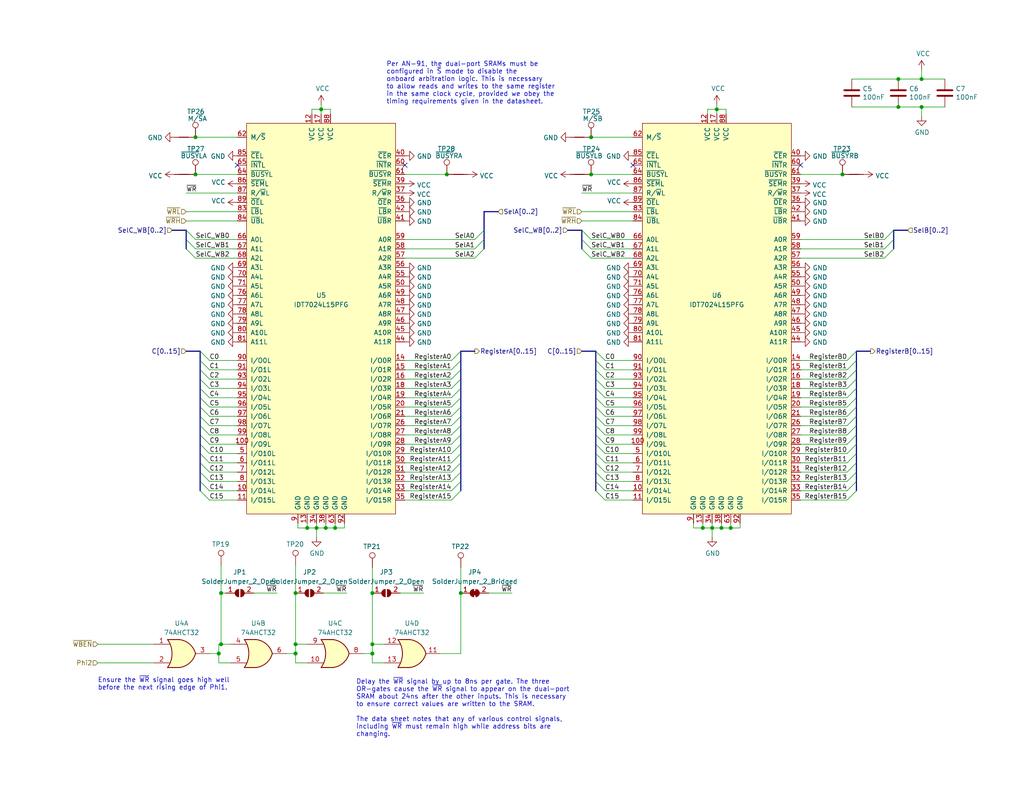
<source format=kicad_sch>
(kicad_sch (version 20250114) (generator "eeschema") (generator_version "9.0")
  (paper "USLetter")
  (title_block (title "Register File") (date "2023-11-05") (rev "B") (comment 4 "Triple Port Register File build from dual port SRAM"))
  (text "Delay the ~{WR} signal by up to 8ns per gate. The three\nOR-gates cause the ~{WR} signal to appear on the dual-port\nSRAM about 24ns after the other inputs. This is necessary\nto ensure correct values are written to the SRAM.\n\nThe data sheet notes that any of various control signals,\nincluding ~{WR} must remain high while address bits are\nchanging." (at 97.155 201.295 0) (effects (font (size 1.27 1.27)) (justify left bottom)))
  (text "Per AN-91, the dual-port SRAMs must be\nconfigured in ~{S} mode to disable the\nonboard arbitration logic. This is necessary\nto allow reads and writes to the same register\nin the same clock cycle, provided we obey the \ntiming requirements given in the datasheet." (at 105.41 28.575 0) (effects (font (size 1.27 1.27)) (justify left bottom)))
  (text "Ensure the ~{WR} signal goes high well\nbefore the next rising edge of Phi1." (at 26.67 188.595 0) (effects (font (size 1.27 1.27)) (justify left bottom)))
  (junction (at 60.325 175.895))
  (junction (at 88.9 144.145))
  (junction (at 87.63 29.845))
  (junction (at 53.34 37.465))
  (junction (at 80.645 178.435))
  (junction (at 101.6 161.925))
  (junction (at 53.34 47.625))
  (junction (at 245.11 21.59))
  (junction (at 60.325 161.925))
  (junction (at 86.36 144.145))
  (junction (at 191.77 144.145))
  (junction (at 196.85 144.145))
  (junction (at 125.73 161.925))
  (junction (at 245.11 29.21))
  (junction (at 101.6 175.895))
  (junction (at 91.44 144.145))
  (junction (at 195.58 29.845))
  (junction (at 161.29 37.465))
  (junction (at 251.46 21.59))
  (junction (at 80.645 175.895))
  (junction (at 121.92 47.625))
  (junction (at 229.87 47.625))
  (junction (at 251.46 29.21))
  (junction (at 199.39 144.145))
  (junction (at 80.645 161.925))
  (junction (at 83.82 144.145))
  (junction (at 161.29 47.625))
  (junction (at 101.6 178.435))
  (junction (at 59.69 178.435))
  (junction (at 194.31 144.145))
  (no_connect (at 110.49 45.085))
  (no_connect (at 64.77 45.085))
  (no_connect (at 218.44 45.085))
  (no_connect (at 172.72 45.085))
  (bus_entry (at 233.68 108.585) (size -2.54 2.54))
  (bus_entry (at 125.73 123.825) (size -2.54 2.54))
  (bus_entry (at 158.75 62.865) (size 2.54 2.54))
  (bus_entry (at 54.61 111.125) (size 2.54 2.54))
  (bus_entry (at 132.08 67.945) (size -2.54 2.54))
  (bus_entry (at 162.56 118.745) (size 2.54 2.54))
  (bus_entry (at 162.56 103.505) (size 2.54 2.54))
  (bus_entry (at 50.8 65.405) (size 2.54 2.54))
  (bus_entry (at 233.68 103.505) (size -2.54 2.54))
  (bus_entry (at 162.56 95.885) (size 2.54 2.54))
  (bus_entry (at 162.56 106.045) (size 2.54 2.54))
  (bus_entry (at 162.56 126.365) (size 2.54 2.54))
  (bus_entry (at 54.61 95.885) (size 2.54 2.54))
  (bus_entry (at 162.56 116.205) (size 2.54 2.54))
  (bus_entry (at 125.73 121.285) (size -2.54 2.54))
  (bus_entry (at 233.68 118.745) (size -2.54 2.54))
  (bus_entry (at 162.56 100.965) (size 2.54 2.54))
  (bus_entry (at 162.56 121.285) (size 2.54 2.54))
  (bus_entry (at 233.68 113.665) (size -2.54 2.54))
  (bus_entry (at 54.61 108.585) (size 2.54 2.54))
  (bus_entry (at 233.68 106.045) (size -2.54 2.54))
  (bus_entry (at 54.61 133.985) (size 2.54 2.54))
  (bus_entry (at 125.73 126.365) (size -2.54 2.54))
  (bus_entry (at 54.61 131.445) (size 2.54 2.54))
  (bus_entry (at 125.73 131.445) (size -2.54 2.54))
  (bus_entry (at 243.84 67.945) (size -2.54 2.54))
  (bus_entry (at 125.73 98.425) (size -2.54 2.54))
  (bus_entry (at 233.68 128.905) (size -2.54 2.54))
  (bus_entry (at 243.84 65.405) (size -2.54 2.54))
  (bus_entry (at 54.61 106.045) (size 2.54 2.54))
  (bus_entry (at 54.61 128.905) (size 2.54 2.54))
  (bus_entry (at 54.61 113.665) (size 2.54 2.54))
  (bus_entry (at 162.56 98.425) (size 2.54 2.54))
  (bus_entry (at 125.73 116.205) (size -2.54 2.54))
  (bus_entry (at 54.61 118.745) (size 2.54 2.54))
  (bus_entry (at 125.73 128.905) (size -2.54 2.54))
  (bus_entry (at 132.08 62.865) (size -2.54 2.54))
  (bus_entry (at 162.56 123.825) (size 2.54 2.54))
  (bus_entry (at 50.8 62.865) (size 2.54 2.54))
  (bus_entry (at 233.68 116.205) (size -2.54 2.54))
  (bus_entry (at 162.56 111.125) (size 2.54 2.54))
  (bus_entry (at 125.73 118.745) (size -2.54 2.54))
  (bus_entry (at 54.61 123.825) (size 2.54 2.54))
  (bus_entry (at 233.68 133.985) (size -2.54 2.54))
  (bus_entry (at 54.61 126.365) (size 2.54 2.54))
  (bus_entry (at 158.75 65.405) (size 2.54 2.54))
  (bus_entry (at 132.08 65.405) (size -2.54 2.54))
  (bus_entry (at 125.73 113.665) (size -2.54 2.54))
  (bus_entry (at 50.8 67.945) (size 2.54 2.54))
  (bus_entry (at 233.68 123.825) (size -2.54 2.54))
  (bus_entry (at 54.61 103.505) (size 2.54 2.54))
  (bus_entry (at 162.56 131.445) (size 2.54 2.54))
  (bus_entry (at 54.61 116.205) (size 2.54 2.54))
  (bus_entry (at 162.56 108.585) (size 2.54 2.54))
  (bus_entry (at 125.73 106.045) (size -2.54 2.54))
  (bus_entry (at 233.68 111.125) (size -2.54 2.54))
  (bus_entry (at 162.56 113.665) (size 2.54 2.54))
  (bus_entry (at 54.61 121.285) (size 2.54 2.54))
  (bus_entry (at 233.68 100.965) (size -2.54 2.54))
  (bus_entry (at 162.56 133.985) (size 2.54 2.54))
  (bus_entry (at 233.68 98.425) (size -2.54 2.54))
  (bus_entry (at 125.73 108.585) (size -2.54 2.54))
  (bus_entry (at 243.84 62.865) (size -2.54 2.54))
  (bus_entry (at 162.56 128.905) (size 2.54 2.54))
  (bus_entry (at 233.68 95.885) (size -2.54 2.54))
  (bus_entry (at 233.68 131.445) (size -2.54 2.54))
  (bus_entry (at 233.68 121.285) (size -2.54 2.54))
  (bus_entry (at 125.73 103.505) (size -2.54 2.54))
  (bus_entry (at 54.61 100.965) (size 2.54 2.54))
  (bus_entry (at 233.68 126.365) (size -2.54 2.54))
  (bus_entry (at 54.61 98.425) (size 2.54 2.54))
  (bus_entry (at 125.73 133.985) (size -2.54 2.54))
  (bus_entry (at 125.73 111.125) (size -2.54 2.54))
  (bus_entry (at 125.73 95.885) (size -2.54 2.54))
  (bus_entry (at 125.73 100.965) (size -2.54 2.54))
  (bus_entry (at 158.75 67.945) (size 2.54 2.54))
  (bus (pts (xy 54.61 103.505) (xy 54.61 106.045)))
  (wire (pts (xy 115.57 161.925) (xy 109.22 161.925)))
  (wire (pts (xy 218.44 108.585) (xy 231.14 108.585)))
  (bus (pts (xy 125.73 103.505) (xy 125.73 106.045)))
  (wire (pts (xy 161.29 47.625) (xy 160.655 47.625)))
  (wire (pts (xy 110.49 116.205) (xy 123.19 116.205)))
  (wire (pts (xy 251.46 29.21) (xy 245.11 29.21)))
  (bus (pts (xy 247.65 62.865) (xy 243.84 62.865)))
  (bus (pts (xy 233.68 116.205) (xy 233.68 118.745)))
  (wire (pts (xy 57.15 126.365) (xy 64.77 126.365)))
  (wire (pts (xy 120.015 178.435) (xy 125.73 178.435)))
  (bus (pts (xy 162.56 131.445) (xy 162.56 133.985)))
  (wire (pts (xy 110.49 47.625) (xy 121.92 47.625)))
  (wire (pts (xy 101.6 161.925) (xy 101.6 175.895)))
  (wire (pts (xy 218.44 113.665) (xy 231.14 113.665)))
  (bus (pts (xy 162.56 121.285) (xy 162.56 123.825)))
  (wire (pts (xy 81.28 142.875) (xy 81.28 144.145)))
  (wire (pts (xy 196.85 144.145) (xy 199.39 144.145)))
  (wire (pts (xy 110.49 123.825) (xy 123.19 123.825)))
  (wire (pts (xy 161.29 65.405) (xy 172.72 65.405)))
  (wire (pts (xy 218.44 131.445) (xy 231.14 131.445)))
  (bus (pts (xy 233.68 126.365) (xy 233.68 128.905)))
  (wire (pts (xy 195.58 29.845) (xy 195.58 31.115)))
  (wire (pts (xy 26.67 175.895) (xy 41.91 175.895)))
  (wire (pts (xy 165.1 103.505) (xy 172.72 103.505)))
  (bus (pts (xy 54.61 113.665) (xy 54.61 116.205)))
  (bus (pts (xy 162.56 118.745) (xy 162.56 121.285)))
  (wire (pts (xy 229.87 47.625) (xy 230.505 47.625)))
  (wire (pts (xy 87.63 28.575) (xy 87.63 29.845)))
  (bus (pts (xy 54.61 116.205) (xy 54.61 118.745)))
  (wire (pts (xy 57.15 98.425) (xy 64.77 98.425)))
  (bus (pts (xy 162.56 116.205) (xy 162.56 118.745)))
  (wire (pts (xy 59.69 178.435) (xy 59.69 175.895)))
  (bus (pts (xy 233.68 100.965) (xy 233.68 103.505)))
  (bus (pts (xy 125.73 126.365) (xy 125.73 128.905)))
  (wire (pts (xy 57.15 136.525) (xy 64.77 136.525)))
  (wire (pts (xy 78.105 178.435) (xy 80.645 178.435)))
  (bus (pts (xy 132.08 65.405) (xy 132.08 67.945)))
  (wire (pts (xy 80.645 175.895) (xy 83.82 175.895)))
  (wire (pts (xy 57.15 123.825) (xy 64.77 123.825)))
  (wire (pts (xy 110.49 113.665) (xy 123.19 113.665)))
  (wire (pts (xy 196.85 142.875) (xy 196.85 144.145)))
  (wire (pts (xy 57.15 113.665) (xy 64.77 113.665)))
  (bus (pts (xy 158.75 95.885) (xy 162.56 95.885)))
  (wire (pts (xy 161.29 67.945) (xy 172.72 67.945)))
  (wire (pts (xy 218.44 123.825) (xy 231.14 123.825)))
  (bus (pts (xy 158.75 65.405) (xy 158.75 67.945)))
  (bus (pts (xy 162.56 100.965) (xy 162.56 103.505)))
  (wire (pts (xy 85.09 31.115) (xy 85.09 29.845)))
  (wire (pts (xy 57.15 108.585) (xy 64.77 108.585)))
  (wire (pts (xy 218.44 133.985) (xy 231.14 133.985)))
  (bus (pts (xy 162.56 103.505) (xy 162.56 106.045)))
  (wire (pts (xy 101.6 178.435) (xy 101.6 175.895)))
  (wire (pts (xy 110.49 106.045) (xy 123.19 106.045)))
  (wire (pts (xy 218.44 116.205) (xy 231.14 116.205)))
  (wire (pts (xy 194.31 144.145) (xy 196.85 144.145)))
  (bus (pts (xy 46.99 62.865) (xy 50.8 62.865)))
  (wire (pts (xy 191.77 144.145) (xy 194.31 144.145)))
  (wire (pts (xy 60.325 161.925) (xy 61.595 161.925)))
  (wire (pts (xy 99.06 178.435) (xy 101.6 178.435)))
  (wire (pts (xy 245.11 21.59) (xy 251.46 21.59)))
  (wire (pts (xy 218.44 106.045) (xy 231.14 106.045)))
  (wire (pts (xy 165.1 128.905) (xy 172.72 128.905)))
  (wire (pts (xy 165.1 108.585) (xy 172.72 108.585)))
  (wire (pts (xy 94.615 161.925) (xy 88.265 161.925)))
  (wire (pts (xy 110.49 111.125) (xy 123.19 111.125)))
  (bus (pts (xy 233.68 128.905) (xy 233.68 131.445)))
  (bus (pts (xy 162.56 128.905) (xy 162.56 131.445)))
  (wire (pts (xy 59.69 180.975) (xy 62.865 180.975)))
  (wire (pts (xy 88.9 144.145) (xy 91.44 144.145)))
  (wire (pts (xy 110.49 100.965) (xy 123.19 100.965)))
  (wire (pts (xy 64.77 60.325) (xy 50.8 60.325)))
  (wire (pts (xy 129.54 65.405) (xy 110.49 65.405)))
  (wire (pts (xy 110.49 108.585) (xy 123.19 108.585)))
  (wire (pts (xy 165.1 133.985) (xy 172.72 133.985)))
  (wire (pts (xy 101.6 180.975) (xy 104.775 180.975)))
  (wire (pts (xy 201.93 144.145) (xy 201.93 142.875)))
  (wire (pts (xy 194.31 144.145) (xy 194.31 146.685)))
  (wire (pts (xy 64.77 57.785) (xy 50.8 57.785)))
  (wire (pts (xy 165.1 116.205) (xy 172.72 116.205)))
  (bus (pts (xy 162.56 113.665) (xy 162.56 116.205)))
  (wire (pts (xy 218.44 128.905) (xy 231.14 128.905)))
  (wire (pts (xy 53.34 37.465) (xy 52.705 37.465)))
  (bus (pts (xy 50.8 65.405) (xy 50.8 67.945)))
  (wire (pts (xy 218.44 100.965) (xy 231.14 100.965)))
  (bus (pts (xy 50.8 62.865) (xy 50.8 65.405)))
  (wire (pts (xy 165.1 111.125) (xy 172.72 111.125)))
  (wire (pts (xy 53.34 37.465) (xy 64.77 37.465)))
  (wire (pts (xy 80.645 154.305) (xy 80.645 161.925)))
  (wire (pts (xy 83.82 142.875) (xy 83.82 144.145)))
  (bus (pts (xy 125.73 98.425) (xy 125.73 100.965)))
  (wire (pts (xy 172.72 52.705) (xy 158.75 52.705)))
  (bus (pts (xy 54.61 108.585) (xy 54.61 111.125)))
  (bus (pts (xy 233.68 131.445) (xy 233.68 133.985)))
  (wire (pts (xy 60.325 161.925) (xy 60.325 175.895)))
  (wire (pts (xy 110.49 67.945) (xy 129.54 67.945)))
  (wire (pts (xy 195.58 28.575) (xy 195.58 29.845)))
  (wire (pts (xy 121.92 47.625) (xy 122.555 47.625)))
  (wire (pts (xy 199.39 144.145) (xy 201.93 144.145)))
  (wire (pts (xy 110.49 136.525) (xy 123.19 136.525)))
  (wire (pts (xy 189.23 144.145) (xy 191.77 144.145)))
  (wire (pts (xy 87.63 29.845) (xy 87.63 31.115)))
  (bus (pts (xy 233.68 118.745) (xy 233.68 121.285)))
  (wire (pts (xy 80.645 178.435) (xy 80.645 180.975)))
  (wire (pts (xy 110.49 121.285) (xy 123.19 121.285)))
  (bus (pts (xy 50.8 95.885) (xy 54.61 95.885)))
  (wire (pts (xy 172.72 60.325) (xy 158.75 60.325)))
  (wire (pts (xy 194.31 142.875) (xy 194.31 144.145)))
  (wire (pts (xy 218.44 103.505) (xy 231.14 103.505)))
  (wire (pts (xy 88.9 142.875) (xy 88.9 144.145)))
  (wire (pts (xy 86.36 144.145) (xy 88.9 144.145)))
  (wire (pts (xy 90.17 29.845) (xy 90.17 31.115)))
  (bus (pts (xy 129.54 95.885) (xy 125.73 95.885)))
  (wire (pts (xy 80.645 161.925) (xy 80.645 175.895)))
  (bus (pts (xy 154.94 62.865) (xy 158.75 62.865)))
  (wire (pts (xy 218.44 47.625) (xy 229.87 47.625)))
  (wire (pts (xy 125.73 161.925) (xy 125.73 178.435)))
  (wire (pts (xy 195.58 29.845) (xy 198.12 29.845)))
  (wire (pts (xy 218.44 67.945) (xy 241.3 67.945)))
  (bus (pts (xy 54.61 128.905) (xy 54.61 131.445)))
  (wire (pts (xy 193.04 31.115) (xy 193.04 29.845)))
  (wire (pts (xy 57.15 121.285) (xy 64.77 121.285)))
  (wire (pts (xy 161.29 37.465) (xy 160.655 37.465)))
  (bus (pts (xy 125.73 128.905) (xy 125.73 131.445)))
  (wire (pts (xy 53.34 65.405) (xy 64.77 65.405)))
  (wire (pts (xy 232.41 21.59) (xy 245.11 21.59)))
  (bus (pts (xy 243.84 65.405) (xy 243.84 67.945)))
  (wire (pts (xy 165.1 131.445) (xy 172.72 131.445)))
  (bus (pts (xy 162.56 98.425) (xy 162.56 100.965)))
  (wire (pts (xy 165.1 113.665) (xy 172.72 113.665)))
  (wire (pts (xy 60.325 175.895) (xy 62.865 175.895)))
  (wire (pts (xy 161.29 47.625) (xy 172.72 47.625)))
  (wire (pts (xy 53.34 47.625) (xy 52.705 47.625)))
  (wire (pts (xy 57.15 116.205) (xy 64.77 116.205)))
  (wire (pts (xy 110.49 118.745) (xy 123.19 118.745)))
  (bus (pts (xy 162.56 95.885) (xy 162.56 98.425)))
  (bus (pts (xy 233.68 113.665) (xy 233.68 116.205)))
  (wire (pts (xy 189.23 142.875) (xy 189.23 144.145)))
  (bus (pts (xy 125.73 121.285) (xy 125.73 123.825)))
  (wire (pts (xy 139.7 161.925) (xy 133.35 161.925)))
  (bus (pts (xy 54.61 98.425) (xy 54.61 100.965)))
  (wire (pts (xy 218.44 111.125) (xy 231.14 111.125)))
  (wire (pts (xy 165.1 136.525) (xy 172.72 136.525)))
  (wire (pts (xy 57.15 133.985) (xy 64.77 133.985)))
  (wire (pts (xy 251.46 19.05) (xy 251.46 21.59)))
  (wire (pts (xy 57.15 178.435) (xy 59.69 178.435)))
  (bus (pts (xy 125.73 118.745) (xy 125.73 121.285)))
  (wire (pts (xy 257.81 29.21) (xy 251.46 29.21)))
  (wire (pts (xy 191.77 142.875) (xy 191.77 144.145)))
  (bus (pts (xy 162.56 106.045) (xy 162.56 108.585)))
  (bus (pts (xy 54.61 126.365) (xy 54.61 128.905)))
  (wire (pts (xy 83.82 144.145) (xy 86.36 144.145)))
  (bus (pts (xy 162.56 126.365) (xy 162.56 128.905)))
  (bus (pts (xy 54.61 111.125) (xy 54.61 113.665)))
  (bus (pts (xy 233.68 108.585) (xy 233.68 111.125)))
  (wire (pts (xy 218.44 118.745) (xy 231.14 118.745)))
  (bus (pts (xy 158.75 62.865) (xy 158.75 65.405)))
  (wire (pts (xy 93.98 144.145) (xy 93.98 142.875)))
  (wire (pts (xy 64.77 52.705) (xy 50.8 52.705)))
  (wire (pts (xy 110.49 126.365) (xy 123.19 126.365)))
  (wire (pts (xy 101.6 154.94) (xy 101.6 161.925)))
  (wire (pts (xy 198.12 29.845) (xy 198.12 31.115)))
  (wire (pts (xy 110.49 131.445) (xy 123.19 131.445)))
  (wire (pts (xy 60.325 175.895) (xy 59.69 175.895)))
  (bus (pts (xy 162.56 111.125) (xy 162.56 113.665)))
  (bus (pts (xy 233.68 111.125) (xy 233.68 113.665)))
  (wire (pts (xy 241.3 65.405) (xy 218.44 65.405)))
  (wire (pts (xy 161.29 37.465) (xy 172.72 37.465)))
  (wire (pts (xy 101.6 175.895) (xy 104.775 175.895)))
  (bus (pts (xy 243.84 62.865) (xy 243.84 65.405)))
  (wire (pts (xy 75.565 161.925) (xy 69.215 161.925)))
  (wire (pts (xy 165.1 118.745) (xy 172.72 118.745)))
  (wire (pts (xy 199.39 142.875) (xy 199.39 144.145)))
  (wire (pts (xy 80.645 178.435) (xy 80.645 175.895)))
  (wire (pts (xy 241.3 70.485) (xy 218.44 70.485)))
  (wire (pts (xy 129.54 70.485) (xy 110.49 70.485)))
  (wire (pts (xy 251.46 21.59) (xy 257.81 21.59)))
  (wire (pts (xy 86.36 142.875) (xy 86.36 144.145)))
  (wire (pts (xy 53.34 47.625) (xy 64.77 47.625)))
  (wire (pts (xy 251.46 31.75) (xy 251.46 29.21)))
  (bus (pts (xy 54.61 131.445) (xy 54.61 133.985)))
  (wire (pts (xy 165.1 106.045) (xy 172.72 106.045)))
  (bus (pts (xy 125.73 100.965) (xy 125.73 103.505)))
  (wire (pts (xy 101.6 178.435) (xy 101.6 180.975)))
  (wire (pts (xy 161.29 70.485) (xy 172.72 70.485)))
  (bus (pts (xy 54.61 100.965) (xy 54.61 103.505)))
  (wire (pts (xy 53.34 70.485) (xy 64.77 70.485)))
  (wire (pts (xy 57.15 106.045) (xy 64.77 106.045)))
  (wire (pts (xy 57.15 118.745) (xy 64.77 118.745)))
  (wire (pts (xy 91.44 144.145) (xy 93.98 144.145)))
  (wire (pts (xy 110.49 128.905) (xy 123.19 128.905)))
  (bus (pts (xy 125.73 111.125) (xy 125.73 113.665)))
  (bus (pts (xy 125.73 95.885) (xy 125.73 98.425)))
  (bus (pts (xy 125.73 116.205) (xy 125.73 118.745)))
  (wire (pts (xy 165.1 121.285) (xy 172.72 121.285)))
  (wire (pts (xy 165.1 123.825) (xy 172.72 123.825)))
  (bus (pts (xy 54.61 118.745) (xy 54.61 121.285)))
  (wire (pts (xy 218.44 136.525) (xy 231.14 136.525)))
  (wire (pts (xy 165.1 100.965) (xy 172.72 100.965)))
  (bus (pts (xy 132.08 62.865) (xy 132.08 65.405)))
  (wire (pts (xy 193.04 29.845) (xy 195.58 29.845)))
  (bus (pts (xy 233.68 103.505) (xy 233.68 106.045)))
  (bus (pts (xy 125.73 108.585) (xy 125.73 111.125)))
  (wire (pts (xy 57.15 103.505) (xy 64.77 103.505)))
  (bus (pts (xy 125.73 131.445) (xy 125.73 133.985)))
  (bus (pts (xy 233.68 121.285) (xy 233.68 123.825)))
  (bus (pts (xy 135.89 57.785) (xy 132.08 57.785)))
  (wire (pts (xy 110.49 103.505) (xy 123.19 103.505)))
  (wire (pts (xy 57.15 128.905) (xy 64.77 128.905)))
  (bus (pts (xy 162.56 123.825) (xy 162.56 126.365)))
  (wire (pts (xy 57.15 131.445) (xy 64.77 131.445)))
  (bus (pts (xy 125.73 106.045) (xy 125.73 108.585)))
  (wire (pts (xy 60.325 154.305) (xy 60.325 161.925)))
  (bus (pts (xy 125.73 123.825) (xy 125.73 126.365)))
  (wire (pts (xy 86.36 144.145) (xy 86.36 146.685)))
  (wire (pts (xy 57.15 100.965) (xy 64.77 100.965)))
  (wire (pts (xy 26.67 180.975) (xy 41.91 180.975)))
  (wire (pts (xy 165.1 126.365) (xy 172.72 126.365)))
  (wire (pts (xy 57.15 111.125) (xy 64.77 111.125)))
  (bus (pts (xy 237.49 95.885) (xy 233.68 95.885)))
  (bus (pts (xy 125.73 113.665) (xy 125.73 116.205)))
  (wire (pts (xy 53.34 67.945) (xy 64.77 67.945)))
  (wire (pts (xy 80.645 180.975) (xy 83.82 180.975)))
  (wire (pts (xy 110.49 98.425) (xy 123.19 98.425)))
  (wire (pts (xy 245.11 29.21) (xy 232.41 29.21)))
  (wire (pts (xy 87.63 29.845) (xy 90.17 29.845)))
  (bus (pts (xy 54.61 121.285) (xy 54.61 123.825)))
  (bus (pts (xy 132.08 57.785) (xy 132.08 62.865)))
  (bus (pts (xy 233.68 95.885) (xy 233.68 98.425)))
  (wire (pts (xy 165.1 98.425) (xy 172.72 98.425)))
  (wire (pts (xy 125.73 154.94) (xy 125.73 161.925)))
  (bus (pts (xy 233.68 123.825) (xy 233.68 126.365)))
  (wire (pts (xy 91.44 142.875) (xy 91.44 144.145)))
  (wire (pts (xy 110.49 133.985) (xy 123.19 133.985)))
  (bus (pts (xy 54.61 123.825) (xy 54.61 126.365)))
  (wire (pts (xy 218.44 121.285) (xy 231.14 121.285)))
  (wire (pts (xy 59.69 178.435) (xy 59.69 180.975)))
  (bus (pts (xy 233.68 98.425) (xy 233.68 100.965)))
  (wire (pts (xy 85.09 29.845) (xy 87.63 29.845)))
  (bus (pts (xy 162.56 108.585) (xy 162.56 111.125)))
  (wire (pts (xy 172.72 57.785) (xy 158.75 57.785)))
  (wire (pts (xy 218.44 98.425) (xy 231.14 98.425)))
  (bus (pts (xy 233.68 106.045) (xy 233.68 108.585)))
  (wire (pts (xy 218.44 126.365) (xy 231.14 126.365)))
  (bus (pts (xy 54.61 106.045) (xy 54.61 108.585)))
  (wire (pts (xy 81.28 144.145) (xy 83.82 144.145)))
  (bus (pts (xy 54.61 95.885) (xy 54.61 98.425)))
  (label "C13" (at 165.1 131.445 0))
  (label "SelB2" (at 241.3 70.485 180))
  (label "SelC_WB0" (at 161.29 65.405 0))
  (label "RegisterB7" (at 231.14 116.205 180))
  (label "RegisterB14" (at 231.14 133.985 180))
  (label "C11" (at 57.15 126.365 0))
  (label "C15" (at 165.1 136.525 0))
  (label "SelC_WB2" (at 161.29 70.485 0))
  (label "SelA2" (at 129.54 70.485 180))
  (label "C5" (at 57.15 111.125 0))
  (label "RegisterA13" (at 123.19 131.445 180))
  (label "C0" (at 165.1 98.425 0))
  (label "RegisterB10" (at 231.14 123.825 180))
  (label "C12" (at 57.15 128.905 0))
  (label "SelC_WB2" (at 53.34 70.485 0))
  (label "RegisterA5" (at 123.19 111.125 180))
  (label "C9" (at 57.15 121.285 0))
  (label "C4" (at 165.1 108.585 0))
  (label "RegisterB9" (at 231.14 121.285 180))
  (label "~{WR}" (at 94.615 161.925 180))
  (label "~{WR}" (at 115.57 161.925 180))
  (label "SelC_WB0" (at 53.34 65.405 0))
  (label "C0" (at 57.15 98.425 0))
  (label "C3" (at 57.15 106.045 0))
  (label "SelB1" (at 241.3 67.945 180))
  (label "C6" (at 57.15 113.665 0))
  (label "C11" (at 165.1 126.365 0))
  (label "RegisterB12" (at 231.14 128.905 180))
  (label "RegisterA4" (at 123.19 108.585 180))
  (label "RegisterA0" (at 123.19 98.425 180))
  (label "RegisterA10" (at 123.19 123.825 180))
  (label "RegisterB1" (at 231.14 100.965 180))
  (label "C5" (at 165.1 111.125 0))
  (label "RegisterB6" (at 231.14 113.665 180))
  (label "SelA1" (at 129.54 67.945 180))
  (label "RegisterA2" (at 123.19 103.505 180))
  (label "RegisterB3" (at 231.14 106.045 180))
  (label "C15" (at 57.15 136.525 0))
  (label "C6" (at 165.1 113.665 0))
  (label "C10" (at 57.15 123.825 0))
  (label "RegisterA3" (at 123.19 106.045 180))
  (label "RegisterA1" (at 123.19 100.965 180))
  (label "SelC_WB1" (at 161.29 67.945 0))
  (label "RegisterB0" (at 231.14 98.425 180))
  (label "C12" (at 165.1 128.905 0))
  (label "RegisterA7" (at 123.19 116.205 180))
  (label "RegisterB5" (at 231.14 111.125 180))
  (label "C3" (at 165.1 106.045 0))
  (label "RegisterB4" (at 231.14 108.585 180))
  (label "RegisterA8" (at 123.19 118.745 180))
  (label "RegisterB2" (at 231.14 103.505 180))
  (label "C14" (at 165.1 133.985 0))
  (label "C1" (at 57.15 100.965 0))
  (label "RegisterB11" (at 231.14 126.365 180))
  (label "SelC_WB1" (at 53.34 67.945 0))
  (label "RegisterA11" (at 123.19 126.365 180))
  (label "~{WR}" (at 75.565 161.925 180))
  (label "C14" (at 57.15 133.985 0))
  (label "SelB0" (at 241.3 65.405 180))
  (label "C9" (at 165.1 121.285 0))
  (label "C2" (at 165.1 103.505 0))
  (label "C8" (at 165.1 118.745 0))
  (label "~{WR}" (at 158.75 52.705 0))
  (label "C10" (at 165.1 123.825 0))
  (label "RegisterB15" (at 231.14 136.525 180))
  (label "C7" (at 57.15 116.205 0))
  (label "C8" (at 57.15 118.745 0))
  (label "SelA0" (at 129.54 65.405 180))
  (label "C7" (at 165.1 116.205 0))
  (label "RegisterA9" (at 123.19 121.285 180))
  (label "RegisterA15" (at 123.19 136.525 180))
  (label "C13" (at 57.15 131.445 0))
  (label "RegisterB13" (at 231.14 131.445 180))
  (label "~{WR}" (at 139.7 161.925 180))
  (label "C2" (at 57.15 103.505 0))
  (label "RegisterA6" (at 123.19 113.665 180))
  (label "C1" (at 165.1 100.965 0))
  (label "C4" (at 57.15 108.585 0))
  (label "RegisterB8" (at 231.14 118.745 180))
  (label "RegisterA12" (at 123.19 128.905 180))
  (label "~{WR}" (at 50.8 52.705 0))
  (label "RegisterA14" (at 123.19 133.985 180))
  (hierarchical_label "~{WBEN}" (shape input) (at 26.67 175.895 180))
  (hierarchical_label "C[0..15]" (shape input) (at 50.8 95.885 180))
  (hierarchical_label "SelC_WB[0..2]" (shape input) (at 154.94 62.865 180))
  (hierarchical_label "Phi2" (shape input) (at 26.67 180.975 180))
  (hierarchical_label "~{WRL}" (shape input) (at 50.8 57.785 180))
  (hierarchical_label "C[0..15]" (shape input) (at 158.75 95.885 180))
  (hierarchical_label "RegisterB[0..15]" (shape output) (at 237.49 95.885 0))
  (hierarchical_label "SelB[0..2]" (shape input) (at 247.65 62.865 0))
  (hierarchical_label "SelC_WB[0..2]" (shape input) (at 46.99 62.865 180))
  (hierarchical_label "SelA[0..2]" (shape input) (at 135.89 57.785 0))
  (hierarchical_label "~{WRH}" (shape input) (at 158.75 60.325 180))
  (hierarchical_label "RegisterA[0..15]" (shape output) (at 129.54 95.885 0))
  (hierarchical_label "~{WRL}" (shape input) (at 158.75 57.785 180))
  (hierarchical_label "~{WRH}" (shape input) (at 50.8 60.325 180))
  (symbol (lib_id "power:GND") (at 251.46 31.75 0) (unit 1)
    (property "Reference" "#PWR087" (effects (hide yes)))
    (property "Value" "GND" (at 251.587 36.1442 0))
  )
  (symbol (lib_id "Device:C") (at 257.81 25.4 0) (unit 1)
    (property "Reference" "C7" (at 260.731 24.2316 0) (effects (justify left)))
    (property "Value" "100nF" (at 260.731 26.543 0) (effects (justify left)))
    (property "Footprint" "Capacitor_SMD:C_0603_1608Metric_Pad1.08x0.95mm_HandSolder" (effects (hide yes)))
    (property "Mouser" "https://www.mouser.com/ProductDetail/963-EMK107B7104KAHT" (effects (hide yes)))
  )
  (symbol (lib_id "Device:C") (at 245.11 25.4 0) (unit 1)
    (property "Reference" "C6" (at 248.031 24.2316 0) (effects (justify left)))
    (property "Value" "100nF" (at 248.031 26.543 0) (effects (justify left)))
    (property "Footprint" "Capacitor_SMD:C_0603_1608Metric_Pad1.08x0.95mm_HandSolder" (effects (hide yes)))
    (property "Mouser" "https://www.mouser.com/ProductDetail/963-EMK107B7104KAHT" (effects (hide yes)))
  )
  (symbol (lib_id "power:VCC") (at 251.46 19.05 0) (unit 1)
    (property "Reference" "#PWR086" (effects (hide yes)))
    (property "Value" "VCC" (at 251.8918 14.6558 0))
  )
  (symbol (lib_id "RegisterFileModule-rescue:IDT7024L15PFG-Memory_RAM") (at 87.63 81.915 0) (unit 1)
    (property "Reference" "U5" (at 87.63 80.645 0))
    (property "Value" "IDT7024L15PFG" (at 87.63 83.185 0))
    (property "Footprint" "Package_QFP:TQFP-100_14x14mm_P0.5mm" (effects (hide yes)))
    (property "Datasheet" "https://www.mouser.com/datasheet/2/698/IDT_7024_DST_20200220-1711288.pdf" (effects (hide yes)))
    (property "Mouser" "https://www.mouser.com/ProductDetail/Renesas-IDT/7024L15PFG?qs=GVScuG1d83hVIavOlaKO6w%3D%3D" (effects (hide yes)))
  )
  (symbol (lib_id "power:VCC") (at 87.63 28.575 0) (unit 1)
    (property "Reference" "#PWR040" (effects (hide yes)))
    (property "Value" "VCC" (at 88.011 24.1808 0))
  )
  (symbol (lib_id "power:GND") (at 86.36 146.685 0) (unit 1)
    (property "Reference" "#PWR039" (effects (hide yes)))
    (property "Value" "GND" (at 86.487 151.0792 0))
  )
  (symbol (lib_id "power:GND") (at 64.77 42.545 270) (unit 1)
    (property "Reference" "#PWR027" (effects (hide yes)))
    (property "Value" "GND" (at 61.5188 42.672 90) (effects (justify right)))
  )
  (symbol (lib_id "power:GND") (at 110.49 42.545 90) (mirror x) (unit 1)
    (property "Reference" "#PWR041" (effects (hide yes)))
    (property "Value" "GND" (at 113.7412 42.672 90) (effects (justify right)))
  )
  (symbol (lib_id "power:GND") (at 110.49 55.245 90) (mirror x) (unit 1)
    (property "Reference" "#PWR044" (effects (hide yes)))
    (property "Value" "GND" (at 113.7412 55.372 90) (effects (justify right)))
  )
  (symbol (lib_id "power:GND") (at 110.49 73.025 90) (mirror x) (unit 1)
    (property "Reference" "#PWR047" (effects (hide yes)))
    (property "Value" "GND" (at 113.7412 73.152 90) (effects (justify right)))
  )
  (symbol (lib_id "power:GND") (at 110.49 75.565 90) (mirror x) (unit 1)
    (property "Reference" "#PWR048" (effects (hide yes)))
    (property "Value" "GND" (at 113.7412 75.692 90) (effects (justify right)))
  )
  (symbol (lib_id "power:GND") (at 110.49 78.105 90) (mirror x) (unit 1)
    (property "Reference" "#PWR049" (effects (hide yes)))
    (property "Value" "GND" (at 113.7412 78.232 90) (effects (justify right)))
  )
  (symbol (lib_id "power:GND") (at 110.49 80.645 90) (mirror x) (unit 1)
    (property "Reference" "#PWR050" (effects (hide yes)))
    (property "Value" "GND" (at 113.7412 80.772 90) (effects (justify right)))
  )
  (symbol (lib_id "power:GND") (at 110.49 83.185 90) (mirror x) (unit 1)
    (property "Reference" "#PWR051" (effects (hide yes)))
    (property "Value" "GND" (at 113.7412 83.312 90) (effects (justify right)))
  )
  (symbol (lib_id "power:GND") (at 110.49 85.725 90) (mirror x) (unit 1)
    (property "Reference" "#PWR052" (effects (hide yes)))
    (property "Value" "GND" (at 113.7412 85.852 90) (effects (justify right)))
  )
  (symbol (lib_id "power:GND") (at 110.49 88.265 90) (mirror x) (unit 1)
    (property "Reference" "#PWR053" (effects (hide yes)))
    (property "Value" "GND" (at 113.7412 88.392 90) (effects (justify right)))
  )
  (symbol (lib_id "power:GND") (at 110.49 90.805 90) (mirror x) (unit 1)
    (property "Reference" "#PWR054" (effects (hide yes)))
    (property "Value" "GND" (at 113.7412 90.932 90) (effects (justify right)))
  )
  (symbol (lib_id "power:GND") (at 110.49 93.345 90) (mirror x) (unit 1)
    (property "Reference" "#PWR055" (effects (hide yes)))
    (property "Value" "GND" (at 113.7412 93.472 90) (effects (justify right)))
  )
  (symbol (lib_id "power:GND") (at 64.77 93.345 270) (unit 1)
    (property "Reference" "#PWR038" (effects (hide yes)))
    (property "Value" "GND" (at 61.5188 93.472 90) (effects (justify right)))
  )
  (symbol (lib_id "power:GND") (at 64.77 90.805 270) (unit 1)
    (property "Reference" "#PWR037" (effects (hide yes)))
    (property "Value" "GND" (at 61.5188 90.932 90) (effects (justify right)))
  )
  (symbol (lib_id "power:GND") (at 64.77 88.265 270) (unit 1)
    (property "Reference" "#PWR036" (effects (hide yes)))
    (property "Value" "GND" (at 61.5188 88.392 90) (effects (justify right)))
  )
  (symbol (lib_id "power:GND") (at 64.77 85.725 270) (unit 1)
    (property "Reference" "#PWR035" (effects (hide yes)))
    (property "Value" "GND" (at 61.5188 85.852 90) (effects (justify right)))
  )
  (symbol (lib_id "power:GND") (at 64.77 83.185 270) (unit 1)
    (property "Reference" "#PWR034" (effects (hide yes)))
    (property "Value" "GND" (at 61.5188 83.312 90) (effects (justify right)))
  )
  (symbol (lib_id "power:GND") (at 64.77 80.645 270) (unit 1)
    (property "Reference" "#PWR033" (effects (hide yes)))
    (property "Value" "GND" (at 61.5188 80.772 90) (effects (justify right)))
  )
  (symbol (lib_id "power:GND") (at 64.77 78.105 270) (unit 1)
    (property "Reference" "#PWR032" (effects (hide yes)))
    (property "Value" "GND" (at 61.5188 78.232 90) (effects (justify right)))
  )
  (symbol (lib_id "power:GND") (at 64.77 75.565 270) (unit 1)
    (property "Reference" "#PWR031" (effects (hide yes)))
    (property "Value" "GND" (at 61.5188 75.692 90) (effects (justify right)))
  )
  (symbol (lib_id "power:GND") (at 64.77 73.025 270) (unit 1)
    (property "Reference" "#PWR030" (effects (hide yes)))
    (property "Value" "GND" (at 61.5188 73.152 90) (effects (justify right)))
  )
  (symbol (lib_id "power:VCC") (at 110.49 52.705 270) (unit 1)
    (property "Reference" "#PWR043" (effects (hide yes)))
    (property "Value" "VCC" (at 113.7412 53.086 90) (effects (justify left)))
  )
  (symbol (lib_id "power:GND") (at 110.49 57.785 90) (mirror x) (unit 1)
    (property "Reference" "#PWR045" (effects (hide yes)))
    (property "Value" "GND" (at 113.7412 57.912 90) (effects (justify right)))
  )
  (symbol (lib_id "power:GND") (at 110.49 60.325 90) (mirror x) (unit 1)
    (property "Reference" "#PWR046" (effects (hide yes)))
    (property "Value" "GND" (at 113.7412 60.452 90) (effects (justify right)))
  )
  (symbol (lib_id "RegisterFileModule-rescue:IDT7024L15PFG-Memory_RAM") (at 195.58 81.915 0) (unit 1)
    (property "Reference" "U6" (at 195.58 80.645 0))
    (property "Value" "IDT7024L15PFG" (at 195.58 83.185 0))
    (property "Footprint" "Package_QFP:TQFP-100_14x14mm_P0.5mm" (effects (hide yes)))
    (property "Datasheet" "https://www.mouser.com/datasheet/2/698/IDT_7024_DST_20200220-1711288.pdf" (effects (hide yes)))
    (property "Mouser" "https://www.mouser.com/ProductDetail/Renesas-IDT/7024L15PFG?qs=GVScuG1d83hVIavOlaKO6w%3D%3D" (effects (hide yes)))
  )
  (symbol (lib_id "power:VCC") (at 195.58 28.575 0) (unit 1)
    (property "Reference" "#PWR070" (effects (hide yes)))
    (property "Value" "VCC" (at 195.961 24.1808 0))
  )
  (symbol (lib_id "power:GND") (at 194.31 146.685 0) (unit 1)
    (property "Reference" "#PWR069" (effects (hide yes)))
    (property "Value" "GND" (at 194.437 151.0792 0))
  )
  (symbol (lib_id "power:GND") (at 172.72 42.545 270) (unit 1)
    (property "Reference" "#PWR057" (effects (hide yes)))
    (property "Value" "GND" (at 169.4688 42.672 90) (effects (justify right)))
  )
  (symbol (lib_id "power:GND") (at 218.44 42.545 90) (mirror x) (unit 1)
    (property "Reference" "#PWR071" (effects (hide yes)))
    (property "Value" "GND" (at 221.6912 42.672 90) (effects (justify right)))
  )
  (symbol (lib_id "power:GND") (at 218.44 55.245 90) (mirror x) (unit 1)
    (property "Reference" "#PWR074" (effects (hide yes)))
    (property "Value" "GND" (at 221.6912 55.372 90) (effects (justify right)))
  )
  (symbol (lib_id "power:GND") (at 218.44 73.025 90) (mirror x) (unit 1)
    (property "Reference" "#PWR077" (effects (hide yes)))
    (property "Value" "GND" (at 221.6912 73.152 90) (effects (justify right)))
  )
  (symbol (lib_id "power:GND") (at 218.44 75.565 90) (mirror x) (unit 1)
    (property "Reference" "#PWR078" (effects (hide yes)))
    (property "Value" "GND" (at 221.6912 75.692 90) (effects (justify right)))
  )
  (symbol (lib_id "power:GND") (at 218.44 78.105 90) (mirror x) (unit 1)
    (property "Reference" "#PWR079" (effects (hide yes)))
    (property "Value" "GND" (at 221.6912 78.232 90) (effects (justify right)))
  )
  (symbol (lib_id "power:GND") (at 218.44 80.645 90) (mirror x) (unit 1)
    (property "Reference" "#PWR080" (effects (hide yes)))
    (property "Value" "GND" (at 221.6912 80.772 90) (effects (justify right)))
  )
  (symbol (lib_id "power:GND") (at 218.44 83.185 90) (mirror x) (unit 1)
    (property "Reference" "#PWR081" (effects (hide yes)))
    (property "Value" "GND" (at 221.6912 83.312 90) (effects (justify right)))
  )
  (symbol (lib_id "power:GND") (at 218.44 85.725 90) (mirror x) (unit 1)
    (property "Reference" "#PWR082" (effects (hide yes)))
    (property "Value" "GND" (at 221.6912 85.852 90) (effects (justify right)))
  )
  (symbol (lib_id "power:GND") (at 218.44 88.265 90) (mirror x) (unit 1)
    (property "Reference" "#PWR083" (effects (hide yes)))
    (property "Value" "GND" (at 221.6912 88.392 90) (effects (justify right)))
  )
  (symbol (lib_id "power:GND") (at 218.44 90.805 90) (mirror x) (unit 1)
    (property "Reference" "#PWR084" (effects (hide yes)))
    (property "Value" "GND" (at 221.6912 90.932 90) (effects (justify right)))
  )
  (symbol (lib_id "power:GND") (at 218.44 93.345 90) (mirror x) (unit 1)
    (property "Reference" "#PWR085" (effects (hide yes)))
    (property "Value" "GND" (at 221.6912 93.472 90) (effects (justify right)))
  )
  (symbol (lib_id "power:GND") (at 172.72 93.345 270) (unit 1)
    (property "Reference" "#PWR068" (effects (hide yes)))
    (property "Value" "GND" (at 169.4688 93.472 90) (effects (justify right)))
  )
  (symbol (lib_id "power:GND") (at 172.72 90.805 270) (unit 1)
    (property "Reference" "#PWR067" (effects (hide yes)))
    (property "Value" "GND" (at 169.4688 90.932 90) (effects (justify right)))
  )
  (symbol (lib_id "power:GND") (at 172.72 88.265 270) (unit 1)
    (property "Reference" "#PWR066" (effects (hide yes)))
    (property "Value" "GND" (at 169.4688 88.392 90) (effects (justify right)))
  )
  (symbol (lib_id "power:GND") (at 172.72 85.725 270) (unit 1)
    (property "Reference" "#PWR065" (effects (hide yes)))
    (property "Value" "GND" (at 169.4688 85.852 90) (effects (justify right)))
  )
  (symbol (lib_id "power:GND") (at 172.72 83.185 270) (unit 1)
    (property "Reference" "#PWR064" (effects (hide yes)))
    (property "Value" "GND" (at 169.4688 83.312 90) (effects (justify right)))
  )
  (symbol (lib_id "power:GND") (at 172.72 80.645 270) (unit 1)
    (property "Reference" "#PWR063" (effects (hide yes)))
    (property "Value" "GND" (at 169.4688 80.772 90) (effects (justify right)))
  )
  (symbol (lib_id "power:GND") (at 172.72 78.105 270) (unit 1)
    (property "Reference" "#PWR062" (effects (hide yes)))
    (property "Value" "GND" (at 169.4688 78.232 90) (effects (justify right)))
  )
  (symbol (lib_id "power:GND") (at 172.72 75.565 270) (unit 1)
    (property "Reference" "#PWR061" (effects (hide yes)))
    (property "Value" "GND" (at 169.4688 75.692 90) (effects (justify right)))
  )
  (symbol (lib_id "power:GND") (at 172.72 73.025 270) (unit 1)
    (property "Reference" "#PWR060" (effects (hide yes)))
    (property "Value" "GND" (at 169.4688 73.152 90) (effects (justify right)))
  )
  (symbol (lib_id "power:VCC") (at 218.44 52.705 270) (unit 1)
    (property "Reference" "#PWR073" (effects (hide yes)))
    (property "Value" "VCC" (at 221.6912 53.086 90) (effects (justify left)))
  )
  (symbol (lib_id "power:GND") (at 218.44 57.785 90) (mirror x) (unit 1)
    (property "Reference" "#PWR075" (effects (hide yes)))
    (property "Value" "GND" (at 221.6912 57.912 90) (effects (justify right)))
  )
  (symbol (lib_id "power:GND") (at 218.44 60.325 90) (mirror x) (unit 1)
    (property "Reference" "#PWR076" (effects (hide yes)))
    (property "Value" "GND" (at 221.6912 60.452 90) (effects (justify right)))
  )
  (symbol (lib_id "power:VCC") (at 64.77 55.245 90) (unit 1)
    (property "Reference" "#PWR029" (effects (hide yes)))
    (property "Value" "VCC" (at 61.5442 54.864 90) (effects (justify left)))
  )
  (symbol (lib_id "power:VCC") (at 172.72 55.245 90) (unit 1)
    (property "Reference" "#PWR059" (effects (hide yes)))
    (property "Value" "VCC" (at 169.4942 54.864 90) (effects (justify left)))
  )
  (symbol (lib_id "power:VCC") (at 110.49 50.165 270) (unit 1)
    (property "Reference" "#PWR042" (effects (hide yes)))
    (property "Value" "VCC" (at 113.7412 50.546 90) (effects (justify left)))
  )
  (symbol (lib_id "power:VCC") (at 64.77 50.165 90) (unit 1)
    (property "Reference" "#PWR028" (effects (hide yes)))
    (property "Value" "VCC" (at 61.5442 49.784 90) (effects (justify left)))
  )
  (symbol (lib_id "power:VCC") (at 172.72 50.165 90) (unit 1)
    (property "Reference" "#PWR058" (effects (hide yes)))
    (property "Value" "VCC" (at 169.4942 49.784 90) (effects (justify left)))
  )
  (symbol (lib_id "power:VCC") (at 218.44 50.165 270) (unit 1)
    (property "Reference" "#PWR072" (effects (hide yes)))
    (property "Value" "VCC" (at 221.6912 50.546 90) (effects (justify left)))
  )
  (symbol (lib_id "Jumper:SolderJumper_2_Open") (at 105.41 161.925 0) (unit 1)
    (property "Reference" "JP3" (at 105.41 156.21 0))
    (property "Value" "SolderJumper_2_Open" (at 105.41 158.75 0))
    (property "Footprint" "Jumper:SolderJumper-2_P1.3mm_Open_RoundedPad1.0x1.5mm" (effects (hide yes)))
  )
  (symbol (lib_id "Connector:TestPoint") (at 161.29 37.465 0) (mirror y) (unit 1)
    (property "Reference" "TP25" (at 163.83 30.48 0) (effects (justify left)))
    (property "Value" "M/~{S}B" (at 164.465 32.385 0) (effects (justify left)))
    (property "Footprint" "TestPoint:TestPoint_Pad_D1.0mm" (effects (hide yes)))
  )
  (symbol (lib_id "Jumper:SolderJumper_2_Bridged") (at 129.54 161.925 0) (unit 1)
    (property "Reference" "JP4" (at 129.54 156.21 0))
    (property "Value" "SolderJumper_2_Bridged" (at 129.54 158.75 0))
    (property "Footprint" "Jumper:SolderJumper-2_P1.3mm_Bridged2Bar_RoundedPad1.0x1.5mm" (effects (hide yes)))
  )
  (symbol (lib_id "Device:NetTie_2") (at 50.165 37.465 0) (unit 1) (in_bom no)
    (property "Reference" "NT1" (effects (hide yes)))
    (property "Value" "NetTie_2" (effects (hide yes)))
    (property "Footprint" "NetTie:NetTie-2_SMD_Pad0.5mm" (effects (hide yes)))
  )
  (symbol (lib_id "Device:C") (at 232.41 25.4 0) (unit 1)
    (property "Reference" "C5" (at 235.331 24.2316 0) (effects (justify left)))
    (property "Value" "100nF" (at 235.331 26.543 0) (effects (justify left)))
    (property "Footprint" "Capacitor_SMD:C_0603_1608Metric_Pad1.08x0.95mm_HandSolder" (effects (hide yes)))
    (property "Mouser" "https://www.mouser.com/ProductDetail/963-EMK107B7104KAHT" (effects (hide yes)))
  )
  (symbol (lib_id "74xx:74LS32") (at 112.395 178.435 0) (unit 4)
    (property "Reference" "U4" (at 112.395 170.18 0))
    (property "Value" "74AHCT32" (at 112.395 172.72 0))
    (property "Footprint" "Package_SO:TSSOP-14_4.4x5mm_P0.65mm" (effects (hide yes)))
    (property "Datasheet" "https://www.ti.com/general/docs/suppproductinfo.tsp?distId=26&gotoUrl=https://www.ti.com/lit/gpn/sn74ahct32" (effects (hide yes)))
    (property "Mouser" "https://www.mouser.com/ProductDetail/Texas-Instruments/SN74AHCT32PWR?qs=xJkDX%2FqrskMXwp54XTBXdQ%3D%3D" (effects (hide yes)))
  )
  (symbol (lib_id "Jumper:SolderJumper_2_Open") (at 84.455 161.925 0) (unit 1)
    (property "Reference" "JP2" (at 84.455 156.21 0))
    (property "Value" "SolderJumper_2_Open" (at 84.455 158.75 0))
    (property "Footprint" "Jumper:SolderJumper-2_P1.3mm_Open_RoundedPad1.0x1.5mm" (effects (hide yes)))
  )
  (symbol (lib_id "Connector:TestPoint") (at 125.73 154.94 0) (unit 1)
    (property "Reference" "TP22" (at 123.19 149.225 0) (effects (justify left)))
    (property "Value" "TP" (effects (hide yes)))
    (property "Footprint" "TestPoint:TestPoint_Pad_D1.0mm" (effects (hide yes)))
  )
  (symbol (lib_id "Connector:TestPoint") (at 161.29 47.625 0) (mirror y) (unit 1)
    (property "Reference" "TP24" (at 163.83 40.64 0) (effects (justify left)))
    (property "Value" "~{BUSY}LB" (at 164.465 42.545 0) (effects (justify left)))
    (property "Footprint" "TestPoint:TestPoint_Pad_D1.0mm" (effects (hide yes)))
  )
  (symbol (lib_id "power:GND") (at 47.625 37.465 270) (unit 1)
    (property "Reference" "#PWR026" (effects (hide yes)))
    (property "Value" "GND" (at 44.3738 37.592 90) (effects (justify right)))
  )
  (symbol (lib_id "power:VCC") (at -19.685 140.335 0) (unit 1)
    (property "Reference" "#PWR024" (effects (hide yes)))
    (property "Value" "VCC" (at -19.304 135.9408 0))
  )
  (symbol (lib_id "74xx:74LS32") (at 91.44 178.435 0) (unit 3)
    (property "Reference" "U4" (at 91.44 170.18 0))
    (property "Value" "74AHCT32" (at 91.44 172.72 0))
    (property "Footprint" "Package_SO:TSSOP-14_4.4x5mm_P0.65mm" (effects (hide yes)))
    (property "Datasheet" "https://www.ti.com/general/docs/suppproductinfo.tsp?distId=26&gotoUrl=https://www.ti.com/lit/gpn/sn74ahct32" (effects (hide yes)))
    (property "Mouser" "https://www.mouser.com/ProductDetail/Texas-Instruments/SN74AHCT32PWR?qs=xJkDX%2FqrskMXwp54XTBXdQ%3D%3D" (effects (hide yes)))
  )
  (symbol (lib_id "74xx:74LS32") (at 49.53 178.435 0) (unit 1)
    (property "Reference" "U4" (at 49.53 170.18 0))
    (property "Value" "74AHCT32" (at 49.53 172.72 0))
    (property "Footprint" "Package_SO:TSSOP-14_4.4x5mm_P0.65mm" (effects (hide yes)))
    (property "Datasheet" "https://www.ti.com/general/docs/suppproductinfo.tsp?distId=26&gotoUrl=https://www.ti.com/lit/gpn/sn74ahct32" (effects (hide yes)))
    (property "Mouser" "https://www.mouser.com/ProductDetail/Texas-Instruments/SN74AHCT32PWR?qs=xJkDX%2FqrskMXwp54XTBXdQ%3D%3D" (effects (hide yes)))
  )
  (symbol (lib_id "Connector:TestPoint") (at 80.645 154.305 0) (unit 1)
    (property "Reference" "TP20" (at 78.105 148.59 0) (effects (justify left)))
    (property "Value" "TP" (effects (hide yes)))
    (property "Footprint" "TestPoint:TestPoint_Pad_D1.0mm" (effects (hide yes)))
  )
  (symbol (lib_id "Device:NetTie_2") (at 125.095 47.625 180) (unit 1) (in_bom no)
    (property "Reference" "NT3" (effects (hide yes)))
    (property "Value" "NetTie_2" (effects (hide yes)))
    (property "Footprint" "NetTie:NetTie-2_SMD_Pad0.5mm" (effects (hide yes)))
  )
  (symbol (lib_id "74xx:74LS32") (at 70.485 178.435 0) (unit 2)
    (property "Reference" "U4" (at 70.485 170.18 0))
    (property "Value" "74AHCT32" (at 70.485 172.72 0))
    (property "Footprint" "Package_SO:TSSOP-14_4.4x5mm_P0.65mm" (effects (hide yes)))
    (property "Datasheet" "https://www.ti.com/general/docs/suppproductinfo.tsp?distId=26&gotoUrl=https://www.ti.com/lit/gpn/sn74ahct32" (effects (hide yes)))
    (property "Mouser" "https://www.mouser.com/ProductDetail/Texas-Instruments/SN74AHCT32PWR?qs=xJkDX%2FqrskMXwp54XTBXdQ%3D%3D" (effects (hide yes)))
  )
  (symbol (lib_id "Jumper:SolderJumper_2_Open") (at 65.405 161.925 0) (unit 1)
    (property "Reference" "JP1" (at 65.405 156.21 0))
    (property "Value" "SolderJumper_2_Open" (at 65.405 158.75 0))
    (property "Footprint" "Jumper:SolderJumper-2_P1.3mm_Open_RoundedPad1.0x1.5mm" (effects (hide yes)))
  )
  (symbol (lib_id "Connector:TestPoint") (at 53.34 37.465 0) (mirror y) (unit 1)
    (property "Reference" "TP26" (at 55.88 30.48 0) (effects (justify left)))
    (property "Value" "M/~{S}A" (at 56.515 32.385 0) (effects (justify left)))
    (property "Footprint" "TestPoint:TestPoint_Pad_D1.0mm" (effects (hide yes)))
  )
  (symbol (lib_id "Device:NetTie_2") (at 50.165 47.625 0) (unit 1) (in_bom no)
    (property "Reference" "NT2" (effects (hide yes)))
    (property "Value" "NetTie_2" (effects (hide yes)))
    (property "Footprint" "NetTie:NetTie-2_SMD_Pad0.5mm" (effects (hide yes)))
  )
  (symbol (lib_id "power:GND") (at -19.685 165.735 0) (unit 1)
    (property "Reference" "#PWR025" (effects (hide yes)))
    (property "Value" "GND" (at -19.558 170.1292 0))
  )
  (symbol (lib_id "Connector:TestPoint") (at 229.87 47.625 0) (unit 1)
    (property "Reference" "TP23" (at 227.33 40.64 0) (effects (justify left)))
    (property "Value" "~{BUSY}RB" (at 226.695 42.545 0) (effects (justify left)))
    (property "Footprint" "TestPoint:TestPoint_Pad_D1.0mm" (effects (hide yes)))
  )
  (symbol (lib_id "Device:NetTie_2") (at 233.045 47.625 180) (unit 1) (in_bom no)
    (property "Reference" "NT6" (effects (hide yes)))
    (property "Value" "NetTie_2" (effects (hide yes)))
    (property "Footprint" "NetTie:NetTie-2_SMD_Pad0.5mm" (effects (hide yes)))
  )
  (symbol (lib_id "power:VCC") (at 127.635 47.625 270) (unit 1)
    (property "Reference" "#PWR089" (effects (hide yes)))
    (property "Value" "VCC" (at 130.8862 48.006 90) (effects (justify left)))
  )
  (symbol (lib_id "Connector:TestPoint") (at 121.92 47.625 0) (unit 1)
    (property "Reference" "TP28" (at 119.38 40.64 0) (effects (justify left)))
    (property "Value" "~{BUSY}RA" (at 118.745 42.545 0) (effects (justify left)))
    (property "Footprint" "TestPoint:TestPoint_Pad_D1.0mm" (effects (hide yes)))
  )
  (symbol (lib_id "power:VCC") (at 235.585 47.625 270) (unit 1)
    (property "Reference" "#PWR090" (effects (hide yes)))
    (property "Value" "VCC" (at 238.8362 48.006 90) (effects (justify left)))
  )
  (symbol (lib_id "Device:NetTie_2") (at 158.115 37.465 0) (unit 1) (in_bom no)
    (property "Reference" "NT4" (effects (hide yes)))
    (property "Value" "NetTie_2" (effects (hide yes)))
    (property "Footprint" "NetTie:NetTie-2_SMD_Pad0.5mm" (effects (hide yes)))
  )
  (symbol (lib_id "power:VCC") (at 155.575 47.625 90) (mirror x) (unit 1)
    (property "Reference" "#PWR092" (effects (hide yes)))
    (property "Value" "VCC" (at 152.3238 48.006 90) (effects (justify left)))
  )
  (symbol (lib_id "74xx:74LS32") (at -19.685 153.035 0) (unit 5)
    (property "Reference" "U4" (at -19.685 151.765 0))
    (property "Value" "74AHCT32" (at -19.685 153.67 0))
    (property "Footprint" "Package_SO:TSSOP-14_4.4x5mm_P0.65mm" (effects (hide yes)))
    (property "Datasheet" "https://www.ti.com/general/docs/suppproductinfo.tsp?distId=26&gotoUrl=https://www.ti.com/lit/gpn/sn74ahct32" (effects (hide yes)))
    (property "Mouser" "https://www.mouser.com/ProductDetail/Texas-Instruments/SN74AHCT32PWR?qs=xJkDX%2FqrskMXwp54XTBXdQ%3D%3D" (effects (hide yes)))
  )
  (symbol (lib_id "power:GND") (at 155.575 37.465 270) (unit 1)
    (property "Reference" "#PWR056" (effects (hide yes)))
    (property "Value" "GND" (at 152.3238 37.592 90) (effects (justify right)))
  )
  (symbol (lib_id "Device:NetTie_2") (at 158.115 47.625 0) (unit 1) (in_bom no)
    (property "Reference" "NT5" (effects (hide yes)))
    (property "Value" "NetTie_2" (effects (hide yes)))
    (property "Footprint" "NetTie:NetTie-2_SMD_Pad0.5mm" (effects (hide yes)))
  )
  (symbol (lib_id "Connector:TestPoint") (at 53.34 47.625 0) (mirror y) (unit 1)
    (property "Reference" "TP27" (at 55.88 40.64 0) (effects (justify left)))
    (property "Value" "~{BUSY}LA" (at 56.515 42.545 0) (effects (justify left)))
    (property "Footprint" "TestPoint:TestPoint_Pad_D1.0mm" (effects (hide yes)))
  )
  (symbol (lib_id "Connector:TestPoint") (at 101.6 154.94 0) (unit 1)
    (property "Reference" "TP21" (at 99.06 149.225 0) (effects (justify left)))
    (property "Value" "TP" (effects (hide yes)))
    (property "Footprint" "TestPoint:TestPoint_Pad_D1.0mm" (effects (hide yes)))
  )
  (symbol (lib_id "power:VCC") (at 47.625 47.625 90) (mirror x) (unit 1)
    (property "Reference" "#PWR088" (effects (hide yes)))
    (property "Value" "VCC" (at 44.3738 48.006 90) (effects (justify left)))
  )
  (symbol (lib_id "Connector:TestPoint") (at 60.325 154.305 0) (unit 1)
    (property "Reference" "TP19" (at 57.785 148.59 0) (effects (justify left)))
    (property "Value" "TP" (effects (hide yes)))
    (property "Footprint" "TestPoint:TestPoint_Pad_D1.0mm" (effects (hide yes)))
  )
)
</source>
